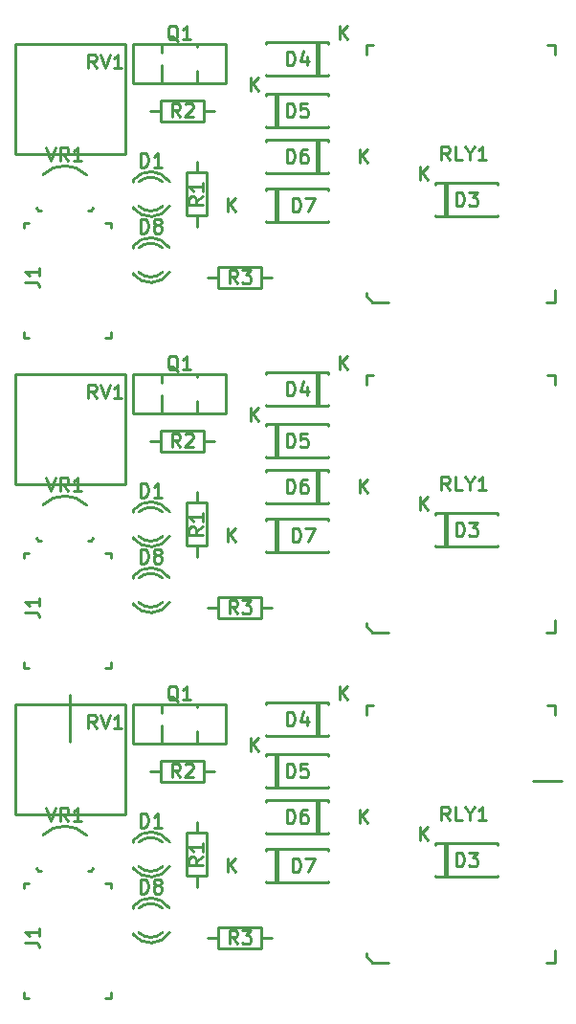
<source format=gbr>
%TF.GenerationSoftware,KiCad,Pcbnew,(6.0.10)*%
%TF.CreationDate,2023-01-21T20:17:03+05:30*%
%TF.ProjectId,3S BMS BTB,33532042-4d53-4204-9254-422e6b696361,rev?*%
%TF.SameCoordinates,Original*%
%TF.FileFunction,Legend,Top*%
%TF.FilePolarity,Positive*%
%FSLAX46Y46*%
G04 Gerber Fmt 4.6, Leading zero omitted, Abs format (unit mm)*
G04 Created by KiCad (PCBNEW (6.0.10)) date 2023-01-21 20:17:03*
%MOMM*%
%LPD*%
G01*
G04 APERTURE LIST*
%ADD10C,0.250000*%
G04 APERTURE END LIST*
D10*
X169828000Y-123000000D02*
X172368000Y-123000000D01*
X128906000Y-119558000D02*
X128906000Y-115408000D01*
%TO.C,RLY1*%
X162482000Y-97311476D02*
X162065333Y-96716238D01*
X161767714Y-97311476D02*
X161767714Y-96061476D01*
X162243904Y-96061476D01*
X162362952Y-96121000D01*
X162422476Y-96180523D01*
X162482000Y-96299571D01*
X162482000Y-96478142D01*
X162422476Y-96597190D01*
X162362952Y-96656714D01*
X162243904Y-96716238D01*
X161767714Y-96716238D01*
X163612952Y-97311476D02*
X163017714Y-97311476D01*
X163017714Y-96061476D01*
X164267714Y-96716238D02*
X164267714Y-97311476D01*
X163851047Y-96061476D02*
X164267714Y-96716238D01*
X164684380Y-96061476D01*
X165755809Y-97311476D02*
X165041523Y-97311476D01*
X165398666Y-97311476D02*
X165398666Y-96061476D01*
X165279619Y-96240047D01*
X165160571Y-96359095D01*
X165041523Y-96418619D01*
%TO.C,R3*%
X143711666Y-137443476D02*
X143295000Y-136848238D01*
X142997380Y-137443476D02*
X142997380Y-136193476D01*
X143473571Y-136193476D01*
X143592619Y-136253000D01*
X143652142Y-136312523D01*
X143711666Y-136431571D01*
X143711666Y-136610142D01*
X143652142Y-136729190D01*
X143592619Y-136788714D01*
X143473571Y-136848238D01*
X142997380Y-136848238D01*
X144128333Y-136193476D02*
X144902142Y-136193476D01*
X144485476Y-136669666D01*
X144664047Y-136669666D01*
X144783095Y-136729190D01*
X144842619Y-136788714D01*
X144902142Y-136907761D01*
X144902142Y-137205380D01*
X144842619Y-137324428D01*
X144783095Y-137383952D01*
X144664047Y-137443476D01*
X144306904Y-137443476D01*
X144187857Y-137383952D01*
X144128333Y-137324428D01*
%TO.C,D8*%
X135118380Y-103749476D02*
X135118380Y-102499476D01*
X135416000Y-102499476D01*
X135594571Y-102559000D01*
X135713619Y-102678047D01*
X135773142Y-102797095D01*
X135832666Y-103035190D01*
X135832666Y-103213761D01*
X135773142Y-103451857D01*
X135713619Y-103570904D01*
X135594571Y-103689952D01*
X135416000Y-103749476D01*
X135118380Y-103749476D01*
X136546952Y-103035190D02*
X136427904Y-102975666D01*
X136368380Y-102916142D01*
X136308857Y-102797095D01*
X136308857Y-102737571D01*
X136368380Y-102618523D01*
X136427904Y-102559000D01*
X136546952Y-102499476D01*
X136785047Y-102499476D01*
X136904095Y-102559000D01*
X136963619Y-102618523D01*
X137023142Y-102737571D01*
X137023142Y-102797095D01*
X136963619Y-102916142D01*
X136904095Y-102975666D01*
X136785047Y-103035190D01*
X136546952Y-103035190D01*
X136427904Y-103094714D01*
X136368380Y-103154238D01*
X136308857Y-103273285D01*
X136308857Y-103511380D01*
X136368380Y-103630428D01*
X136427904Y-103689952D01*
X136546952Y-103749476D01*
X136785047Y-103749476D01*
X136904095Y-103689952D01*
X136963619Y-103630428D01*
X137023142Y-103511380D01*
X137023142Y-103273285D01*
X136963619Y-103154238D01*
X136904095Y-103094714D01*
X136785047Y-103035190D01*
%TO.C,VR1*%
X126789095Y-66924476D02*
X127205761Y-68174476D01*
X127622428Y-66924476D01*
X128753380Y-68174476D02*
X128336714Y-67579238D01*
X128039095Y-68174476D02*
X128039095Y-66924476D01*
X128515285Y-66924476D01*
X128634333Y-66984000D01*
X128693857Y-67043523D01*
X128753380Y-67162571D01*
X128753380Y-67341142D01*
X128693857Y-67460190D01*
X128634333Y-67519714D01*
X128515285Y-67579238D01*
X128039095Y-67579238D01*
X129943857Y-68174476D02*
X129229571Y-68174476D01*
X129586714Y-68174476D02*
X129586714Y-66924476D01*
X129467666Y-67103047D01*
X129348619Y-67222095D01*
X129229571Y-67281619D01*
%TO.C,Q1*%
X138466952Y-57552523D02*
X138347904Y-57493000D01*
X138228857Y-57373952D01*
X138050285Y-57195380D01*
X137931238Y-57135857D01*
X137812190Y-57135857D01*
X137871714Y-57433476D02*
X137752666Y-57373952D01*
X137633619Y-57254904D01*
X137574095Y-57016809D01*
X137574095Y-56600142D01*
X137633619Y-56362047D01*
X137752666Y-56243000D01*
X137871714Y-56183476D01*
X138109809Y-56183476D01*
X138228857Y-56243000D01*
X138347904Y-56362047D01*
X138407428Y-56600142D01*
X138407428Y-57016809D01*
X138347904Y-57254904D01*
X138228857Y-57373952D01*
X138109809Y-57433476D01*
X137871714Y-57433476D01*
X139597904Y-57433476D02*
X138883619Y-57433476D01*
X139240761Y-57433476D02*
X139240761Y-56183476D01*
X139121714Y-56362047D01*
X139002666Y-56481095D01*
X138883619Y-56540619D01*
%TO.C,RV1*%
X131237952Y-59973476D02*
X130821285Y-59378238D01*
X130523666Y-59973476D02*
X130523666Y-58723476D01*
X130999857Y-58723476D01*
X131118904Y-58783000D01*
X131178428Y-58842523D01*
X131237952Y-58961571D01*
X131237952Y-59140142D01*
X131178428Y-59259190D01*
X131118904Y-59318714D01*
X130999857Y-59378238D01*
X130523666Y-59378238D01*
X131595095Y-58723476D02*
X132011761Y-59973476D01*
X132428428Y-58723476D01*
X133499857Y-59973476D02*
X132785571Y-59973476D01*
X133142714Y-59973476D02*
X133142714Y-58723476D01*
X133023666Y-58902047D01*
X132904619Y-59021095D01*
X132785571Y-59080619D01*
%TO.C,D4*%
X148077380Y-88929476D02*
X148077380Y-87679476D01*
X148375000Y-87679476D01*
X148553571Y-87739000D01*
X148672619Y-87858047D01*
X148732142Y-87977095D01*
X148791666Y-88215190D01*
X148791666Y-88393761D01*
X148732142Y-88631857D01*
X148672619Y-88750904D01*
X148553571Y-88869952D01*
X148375000Y-88929476D01*
X148077380Y-88929476D01*
X149863095Y-88096142D02*
X149863095Y-88929476D01*
X149565476Y-87619952D02*
X149267857Y-88512809D01*
X150041666Y-88512809D01*
X152736619Y-86643476D02*
X152736619Y-85393476D01*
X153450904Y-86643476D02*
X152915190Y-85929190D01*
X153450904Y-85393476D02*
X152736619Y-86107761D01*
%TO.C,R1*%
X140675476Y-129720333D02*
X140080238Y-130137000D01*
X140675476Y-130434619D02*
X139425476Y-130434619D01*
X139425476Y-129958428D01*
X139485000Y-129839380D01*
X139544523Y-129779857D01*
X139663571Y-129720333D01*
X139842142Y-129720333D01*
X139961190Y-129779857D01*
X140020714Y-129839380D01*
X140080238Y-129958428D01*
X140080238Y-130434619D01*
X140675476Y-128529857D02*
X140675476Y-129244142D01*
X140675476Y-128887000D02*
X139425476Y-128887000D01*
X139604047Y-129006047D01*
X139723095Y-129125095D01*
X139782619Y-129244142D01*
%TO.C,Q1*%
X138466952Y-115972523D02*
X138347904Y-115913000D01*
X138228857Y-115793952D01*
X138050285Y-115615380D01*
X137931238Y-115555857D01*
X137812190Y-115555857D01*
X137871714Y-115853476D02*
X137752666Y-115793952D01*
X137633619Y-115674904D01*
X137574095Y-115436809D01*
X137574095Y-115020142D01*
X137633619Y-114782047D01*
X137752666Y-114663000D01*
X137871714Y-114603476D01*
X138109809Y-114603476D01*
X138228857Y-114663000D01*
X138347904Y-114782047D01*
X138407428Y-115020142D01*
X138407428Y-115436809D01*
X138347904Y-115674904D01*
X138228857Y-115793952D01*
X138109809Y-115853476D01*
X137871714Y-115853476D01*
X139597904Y-115853476D02*
X138883619Y-115853476D01*
X139240761Y-115853476D02*
X139240761Y-114603476D01*
X139121714Y-114782047D01*
X139002666Y-114901095D01*
X138883619Y-114960619D01*
%TO.C,RLY1*%
X162482000Y-68101476D02*
X162065333Y-67506238D01*
X161767714Y-68101476D02*
X161767714Y-66851476D01*
X162243904Y-66851476D01*
X162362952Y-66911000D01*
X162422476Y-66970523D01*
X162482000Y-67089571D01*
X162482000Y-67268142D01*
X162422476Y-67387190D01*
X162362952Y-67446714D01*
X162243904Y-67506238D01*
X161767714Y-67506238D01*
X163612952Y-68101476D02*
X163017714Y-68101476D01*
X163017714Y-66851476D01*
X164267714Y-67506238D02*
X164267714Y-68101476D01*
X163851047Y-66851476D02*
X164267714Y-67506238D01*
X164684380Y-66851476D01*
X165755809Y-68101476D02*
X165041523Y-68101476D01*
X165398666Y-68101476D02*
X165398666Y-66851476D01*
X165279619Y-67030047D01*
X165160571Y-67149095D01*
X165041523Y-67208619D01*
%TO.C,R3*%
X143711666Y-108233476D02*
X143295000Y-107638238D01*
X142997380Y-108233476D02*
X142997380Y-106983476D01*
X143473571Y-106983476D01*
X143592619Y-107043000D01*
X143652142Y-107102523D01*
X143711666Y-107221571D01*
X143711666Y-107400142D01*
X143652142Y-107519190D01*
X143592619Y-107578714D01*
X143473571Y-107638238D01*
X142997380Y-107638238D01*
X144128333Y-106983476D02*
X144902142Y-106983476D01*
X144485476Y-107459666D01*
X144664047Y-107459666D01*
X144783095Y-107519190D01*
X144842619Y-107578714D01*
X144902142Y-107697761D01*
X144902142Y-107995380D01*
X144842619Y-108114428D01*
X144783095Y-108173952D01*
X144664047Y-108233476D01*
X144306904Y-108233476D01*
X144187857Y-108173952D01*
X144128333Y-108114428D01*
%TO.C,J1*%
X124947476Y-108084666D02*
X125840333Y-108084666D01*
X126018904Y-108144190D01*
X126137952Y-108263238D01*
X126197476Y-108441809D01*
X126197476Y-108560857D01*
X126197476Y-106834666D02*
X126197476Y-107548952D01*
X126197476Y-107191809D02*
X124947476Y-107191809D01*
X125126047Y-107310857D01*
X125245095Y-107429904D01*
X125304619Y-107548952D01*
%TO.C,D3*%
X163063380Y-72165476D02*
X163063380Y-70915476D01*
X163361000Y-70915476D01*
X163539571Y-70975000D01*
X163658619Y-71094047D01*
X163718142Y-71213095D01*
X163777666Y-71451190D01*
X163777666Y-71629761D01*
X163718142Y-71867857D01*
X163658619Y-71986904D01*
X163539571Y-72105952D01*
X163361000Y-72165476D01*
X163063380Y-72165476D01*
X164194333Y-70915476D02*
X164968142Y-70915476D01*
X164551476Y-71391666D01*
X164730047Y-71391666D01*
X164849095Y-71451190D01*
X164908619Y-71510714D01*
X164968142Y-71629761D01*
X164968142Y-71927380D01*
X164908619Y-72046428D01*
X164849095Y-72105952D01*
X164730047Y-72165476D01*
X164372904Y-72165476D01*
X164253857Y-72105952D01*
X164194333Y-72046428D01*
X159848619Y-69879476D02*
X159848619Y-68629476D01*
X160562904Y-69879476D02*
X160027190Y-69165190D01*
X160562904Y-68629476D02*
X159848619Y-69343761D01*
%TO.C,RV1*%
X131237952Y-89183476D02*
X130821285Y-88588238D01*
X130523666Y-89183476D02*
X130523666Y-87933476D01*
X130999857Y-87933476D01*
X131118904Y-87993000D01*
X131178428Y-88052523D01*
X131237952Y-88171571D01*
X131237952Y-88350142D01*
X131178428Y-88469190D01*
X131118904Y-88528714D01*
X130999857Y-88588238D01*
X130523666Y-88588238D01*
X131595095Y-87933476D02*
X132011761Y-89183476D01*
X132428428Y-87933476D01*
X133499857Y-89183476D02*
X132785571Y-89183476D01*
X133142714Y-89183476D02*
X133142714Y-87933476D01*
X133023666Y-88112047D01*
X132904619Y-88231095D01*
X132785571Y-88290619D01*
%TO.C,R1*%
X140675476Y-100510333D02*
X140080238Y-100927000D01*
X140675476Y-101224619D02*
X139425476Y-101224619D01*
X139425476Y-100748428D01*
X139485000Y-100629380D01*
X139544523Y-100569857D01*
X139663571Y-100510333D01*
X139842142Y-100510333D01*
X139961190Y-100569857D01*
X140020714Y-100629380D01*
X140080238Y-100748428D01*
X140080238Y-101224619D01*
X140675476Y-99319857D02*
X140675476Y-100034142D01*
X140675476Y-99677000D02*
X139425476Y-99677000D01*
X139604047Y-99796047D01*
X139723095Y-99915095D01*
X139782619Y-100034142D01*
%TO.C,RLY1*%
X162482000Y-126521476D02*
X162065333Y-125926238D01*
X161767714Y-126521476D02*
X161767714Y-125271476D01*
X162243904Y-125271476D01*
X162362952Y-125331000D01*
X162422476Y-125390523D01*
X162482000Y-125509571D01*
X162482000Y-125688142D01*
X162422476Y-125807190D01*
X162362952Y-125866714D01*
X162243904Y-125926238D01*
X161767714Y-125926238D01*
X163612952Y-126521476D02*
X163017714Y-126521476D01*
X163017714Y-125271476D01*
X164267714Y-125926238D02*
X164267714Y-126521476D01*
X163851047Y-125271476D02*
X164267714Y-125926238D01*
X164684380Y-125271476D01*
X165755809Y-126521476D02*
X165041523Y-126521476D01*
X165398666Y-126521476D02*
X165398666Y-125271476D01*
X165279619Y-125450047D01*
X165160571Y-125569095D01*
X165041523Y-125628619D01*
%TO.C,D4*%
X148077380Y-118139476D02*
X148077380Y-116889476D01*
X148375000Y-116889476D01*
X148553571Y-116949000D01*
X148672619Y-117068047D01*
X148732142Y-117187095D01*
X148791666Y-117425190D01*
X148791666Y-117603761D01*
X148732142Y-117841857D01*
X148672619Y-117960904D01*
X148553571Y-118079952D01*
X148375000Y-118139476D01*
X148077380Y-118139476D01*
X149863095Y-117306142D02*
X149863095Y-118139476D01*
X149565476Y-116829952D02*
X149267857Y-117722809D01*
X150041666Y-117722809D01*
X152736619Y-115853476D02*
X152736619Y-114603476D01*
X153450904Y-115853476D02*
X152915190Y-115139190D01*
X153450904Y-114603476D02*
X152736619Y-115317761D01*
%TO.C,D3*%
X163063380Y-101375476D02*
X163063380Y-100125476D01*
X163361000Y-100125476D01*
X163539571Y-100185000D01*
X163658619Y-100304047D01*
X163718142Y-100423095D01*
X163777666Y-100661190D01*
X163777666Y-100839761D01*
X163718142Y-101077857D01*
X163658619Y-101196904D01*
X163539571Y-101315952D01*
X163361000Y-101375476D01*
X163063380Y-101375476D01*
X164194333Y-100125476D02*
X164968142Y-100125476D01*
X164551476Y-100601666D01*
X164730047Y-100601666D01*
X164849095Y-100661190D01*
X164908619Y-100720714D01*
X164968142Y-100839761D01*
X164968142Y-101137380D01*
X164908619Y-101256428D01*
X164849095Y-101315952D01*
X164730047Y-101375476D01*
X164372904Y-101375476D01*
X164253857Y-101315952D01*
X164194333Y-101256428D01*
X159848619Y-99089476D02*
X159848619Y-97839476D01*
X160562904Y-99089476D02*
X160027190Y-98375190D01*
X160562904Y-97839476D02*
X159848619Y-98553761D01*
%TO.C,D6*%
X148077380Y-126775476D02*
X148077380Y-125525476D01*
X148375000Y-125525476D01*
X148553571Y-125585000D01*
X148672619Y-125704047D01*
X148732142Y-125823095D01*
X148791666Y-126061190D01*
X148791666Y-126239761D01*
X148732142Y-126477857D01*
X148672619Y-126596904D01*
X148553571Y-126715952D01*
X148375000Y-126775476D01*
X148077380Y-126775476D01*
X149863095Y-125525476D02*
X149625000Y-125525476D01*
X149505952Y-125585000D01*
X149446428Y-125644523D01*
X149327380Y-125823095D01*
X149267857Y-126061190D01*
X149267857Y-126537380D01*
X149327380Y-126656428D01*
X149386904Y-126715952D01*
X149505952Y-126775476D01*
X149744047Y-126775476D01*
X149863095Y-126715952D01*
X149922619Y-126656428D01*
X149982142Y-126537380D01*
X149982142Y-126239761D01*
X149922619Y-126120714D01*
X149863095Y-126061190D01*
X149744047Y-126001666D01*
X149505952Y-126001666D01*
X149386904Y-126061190D01*
X149327380Y-126120714D01*
X149267857Y-126239761D01*
X154514619Y-126775476D02*
X154514619Y-125525476D01*
X155228904Y-126775476D02*
X154693190Y-126061190D01*
X155228904Y-125525476D02*
X154514619Y-126239761D01*
%TO.C,D8*%
X135118380Y-132959476D02*
X135118380Y-131709476D01*
X135416000Y-131709476D01*
X135594571Y-131769000D01*
X135713619Y-131888047D01*
X135773142Y-132007095D01*
X135832666Y-132245190D01*
X135832666Y-132423761D01*
X135773142Y-132661857D01*
X135713619Y-132780904D01*
X135594571Y-132899952D01*
X135416000Y-132959476D01*
X135118380Y-132959476D01*
X136546952Y-132245190D02*
X136427904Y-132185666D01*
X136368380Y-132126142D01*
X136308857Y-132007095D01*
X136308857Y-131947571D01*
X136368380Y-131828523D01*
X136427904Y-131769000D01*
X136546952Y-131709476D01*
X136785047Y-131709476D01*
X136904095Y-131769000D01*
X136963619Y-131828523D01*
X137023142Y-131947571D01*
X137023142Y-132007095D01*
X136963619Y-132126142D01*
X136904095Y-132185666D01*
X136785047Y-132245190D01*
X136546952Y-132245190D01*
X136427904Y-132304714D01*
X136368380Y-132364238D01*
X136308857Y-132483285D01*
X136308857Y-132721380D01*
X136368380Y-132840428D01*
X136427904Y-132899952D01*
X136546952Y-132959476D01*
X136785047Y-132959476D01*
X136904095Y-132899952D01*
X136963619Y-132840428D01*
X137023142Y-132721380D01*
X137023142Y-132483285D01*
X136963619Y-132364238D01*
X136904095Y-132304714D01*
X136785047Y-132245190D01*
%TO.C,D5*%
X148077380Y-64291476D02*
X148077380Y-63041476D01*
X148375000Y-63041476D01*
X148553571Y-63101000D01*
X148672619Y-63220047D01*
X148732142Y-63339095D01*
X148791666Y-63577190D01*
X148791666Y-63755761D01*
X148732142Y-63993857D01*
X148672619Y-64112904D01*
X148553571Y-64231952D01*
X148375000Y-64291476D01*
X148077380Y-64291476D01*
X149922619Y-63041476D02*
X149327380Y-63041476D01*
X149267857Y-63636714D01*
X149327380Y-63577190D01*
X149446428Y-63517666D01*
X149744047Y-63517666D01*
X149863095Y-63577190D01*
X149922619Y-63636714D01*
X149982142Y-63755761D01*
X149982142Y-64053380D01*
X149922619Y-64172428D01*
X149863095Y-64231952D01*
X149744047Y-64291476D01*
X149446428Y-64291476D01*
X149327380Y-64231952D01*
X149267857Y-64172428D01*
X144862619Y-62005476D02*
X144862619Y-60755476D01*
X145576904Y-62005476D02*
X145041190Y-61291190D01*
X145576904Y-60755476D02*
X144862619Y-61469761D01*
%TO.C,D7*%
X148585380Y-131093476D02*
X148585380Y-129843476D01*
X148883000Y-129843476D01*
X149061571Y-129903000D01*
X149180619Y-130022047D01*
X149240142Y-130141095D01*
X149299666Y-130379190D01*
X149299666Y-130557761D01*
X149240142Y-130795857D01*
X149180619Y-130914904D01*
X149061571Y-131033952D01*
X148883000Y-131093476D01*
X148585380Y-131093476D01*
X149716333Y-129843476D02*
X150549666Y-129843476D01*
X150013952Y-131093476D01*
X142830619Y-131093476D02*
X142830619Y-129843476D01*
X143544904Y-131093476D02*
X143009190Y-130379190D01*
X143544904Y-129843476D02*
X142830619Y-130557761D01*
%TO.C,R3*%
X143711666Y-79023476D02*
X143295000Y-78428238D01*
X142997380Y-79023476D02*
X142997380Y-77773476D01*
X143473571Y-77773476D01*
X143592619Y-77833000D01*
X143652142Y-77892523D01*
X143711666Y-78011571D01*
X143711666Y-78190142D01*
X143652142Y-78309190D01*
X143592619Y-78368714D01*
X143473571Y-78428238D01*
X142997380Y-78428238D01*
X144128333Y-77773476D02*
X144902142Y-77773476D01*
X144485476Y-78249666D01*
X144664047Y-78249666D01*
X144783095Y-78309190D01*
X144842619Y-78368714D01*
X144902142Y-78487761D01*
X144902142Y-78785380D01*
X144842619Y-78904428D01*
X144783095Y-78963952D01*
X144664047Y-79023476D01*
X144306904Y-79023476D01*
X144187857Y-78963952D01*
X144128333Y-78904428D01*
%TO.C,D6*%
X148077380Y-68355476D02*
X148077380Y-67105476D01*
X148375000Y-67105476D01*
X148553571Y-67165000D01*
X148672619Y-67284047D01*
X148732142Y-67403095D01*
X148791666Y-67641190D01*
X148791666Y-67819761D01*
X148732142Y-68057857D01*
X148672619Y-68176904D01*
X148553571Y-68295952D01*
X148375000Y-68355476D01*
X148077380Y-68355476D01*
X149863095Y-67105476D02*
X149625000Y-67105476D01*
X149505952Y-67165000D01*
X149446428Y-67224523D01*
X149327380Y-67403095D01*
X149267857Y-67641190D01*
X149267857Y-68117380D01*
X149327380Y-68236428D01*
X149386904Y-68295952D01*
X149505952Y-68355476D01*
X149744047Y-68355476D01*
X149863095Y-68295952D01*
X149922619Y-68236428D01*
X149982142Y-68117380D01*
X149982142Y-67819761D01*
X149922619Y-67700714D01*
X149863095Y-67641190D01*
X149744047Y-67581666D01*
X149505952Y-67581666D01*
X149386904Y-67641190D01*
X149327380Y-67700714D01*
X149267857Y-67819761D01*
X154514619Y-68355476D02*
X154514619Y-67105476D01*
X155228904Y-68355476D02*
X154693190Y-67641190D01*
X155228904Y-67105476D02*
X154514619Y-67819761D01*
%TO.C,Q1*%
X138466952Y-86762523D02*
X138347904Y-86703000D01*
X138228857Y-86583952D01*
X138050285Y-86405380D01*
X137931238Y-86345857D01*
X137812190Y-86345857D01*
X137871714Y-86643476D02*
X137752666Y-86583952D01*
X137633619Y-86464904D01*
X137574095Y-86226809D01*
X137574095Y-85810142D01*
X137633619Y-85572047D01*
X137752666Y-85453000D01*
X137871714Y-85393476D01*
X138109809Y-85393476D01*
X138228857Y-85453000D01*
X138347904Y-85572047D01*
X138407428Y-85810142D01*
X138407428Y-86226809D01*
X138347904Y-86464904D01*
X138228857Y-86583952D01*
X138109809Y-86643476D01*
X137871714Y-86643476D01*
X139597904Y-86643476D02*
X138883619Y-86643476D01*
X139240761Y-86643476D02*
X139240761Y-85393476D01*
X139121714Y-85572047D01*
X139002666Y-85691095D01*
X138883619Y-85750619D01*
%TO.C,VR1*%
X126789095Y-125344476D02*
X127205761Y-126594476D01*
X127622428Y-125344476D01*
X128753380Y-126594476D02*
X128336714Y-125999238D01*
X128039095Y-126594476D02*
X128039095Y-125344476D01*
X128515285Y-125344476D01*
X128634333Y-125404000D01*
X128693857Y-125463523D01*
X128753380Y-125582571D01*
X128753380Y-125761142D01*
X128693857Y-125880190D01*
X128634333Y-125939714D01*
X128515285Y-125999238D01*
X128039095Y-125999238D01*
X129943857Y-126594476D02*
X129229571Y-126594476D01*
X129586714Y-126594476D02*
X129586714Y-125344476D01*
X129467666Y-125523047D01*
X129348619Y-125642095D01*
X129229571Y-125701619D01*
%TO.C,D7*%
X148585380Y-72673476D02*
X148585380Y-71423476D01*
X148883000Y-71423476D01*
X149061571Y-71483000D01*
X149180619Y-71602047D01*
X149240142Y-71721095D01*
X149299666Y-71959190D01*
X149299666Y-72137761D01*
X149240142Y-72375857D01*
X149180619Y-72494904D01*
X149061571Y-72613952D01*
X148883000Y-72673476D01*
X148585380Y-72673476D01*
X149716333Y-71423476D02*
X150549666Y-71423476D01*
X150013952Y-72673476D01*
X142830619Y-72673476D02*
X142830619Y-71423476D01*
X143544904Y-72673476D02*
X143009190Y-71959190D01*
X143544904Y-71423476D02*
X142830619Y-72137761D01*
%TO.C,VR1*%
X126789095Y-96134476D02*
X127205761Y-97384476D01*
X127622428Y-96134476D01*
X128753380Y-97384476D02*
X128336714Y-96789238D01*
X128039095Y-97384476D02*
X128039095Y-96134476D01*
X128515285Y-96134476D01*
X128634333Y-96194000D01*
X128693857Y-96253523D01*
X128753380Y-96372571D01*
X128753380Y-96551142D01*
X128693857Y-96670190D01*
X128634333Y-96729714D01*
X128515285Y-96789238D01*
X128039095Y-96789238D01*
X129943857Y-97384476D02*
X129229571Y-97384476D01*
X129586714Y-97384476D02*
X129586714Y-96134476D01*
X129467666Y-96313047D01*
X129348619Y-96432095D01*
X129229571Y-96491619D01*
%TO.C,R1*%
X140675476Y-71300333D02*
X140080238Y-71717000D01*
X140675476Y-72014619D02*
X139425476Y-72014619D01*
X139425476Y-71538428D01*
X139485000Y-71419380D01*
X139544523Y-71359857D01*
X139663571Y-71300333D01*
X139842142Y-71300333D01*
X139961190Y-71359857D01*
X140020714Y-71419380D01*
X140080238Y-71538428D01*
X140080238Y-72014619D01*
X140675476Y-70109857D02*
X140675476Y-70824142D01*
X140675476Y-70467000D02*
X139425476Y-70467000D01*
X139604047Y-70586047D01*
X139723095Y-70705095D01*
X139782619Y-70824142D01*
%TO.C,J1*%
X124947476Y-78874666D02*
X125840333Y-78874666D01*
X126018904Y-78934190D01*
X126137952Y-79053238D01*
X126197476Y-79231809D01*
X126197476Y-79350857D01*
X126197476Y-77624666D02*
X126197476Y-78338952D01*
X126197476Y-77981809D02*
X124947476Y-77981809D01*
X125126047Y-78100857D01*
X125245095Y-78219904D01*
X125304619Y-78338952D01*
X124947476Y-137294666D02*
X125840333Y-137294666D01*
X126018904Y-137354190D01*
X126137952Y-137473238D01*
X126197476Y-137651809D01*
X126197476Y-137770857D01*
X126197476Y-136044666D02*
X126197476Y-136758952D01*
X126197476Y-136401809D02*
X124947476Y-136401809D01*
X125126047Y-136520857D01*
X125245095Y-136639904D01*
X125304619Y-136758952D01*
%TO.C,D5*%
X148077380Y-122711476D02*
X148077380Y-121461476D01*
X148375000Y-121461476D01*
X148553571Y-121521000D01*
X148672619Y-121640047D01*
X148732142Y-121759095D01*
X148791666Y-121997190D01*
X148791666Y-122175761D01*
X148732142Y-122413857D01*
X148672619Y-122532904D01*
X148553571Y-122651952D01*
X148375000Y-122711476D01*
X148077380Y-122711476D01*
X149922619Y-121461476D02*
X149327380Y-121461476D01*
X149267857Y-122056714D01*
X149327380Y-121997190D01*
X149446428Y-121937666D01*
X149744047Y-121937666D01*
X149863095Y-121997190D01*
X149922619Y-122056714D01*
X149982142Y-122175761D01*
X149982142Y-122473380D01*
X149922619Y-122592428D01*
X149863095Y-122651952D01*
X149744047Y-122711476D01*
X149446428Y-122711476D01*
X149327380Y-122651952D01*
X149267857Y-122592428D01*
X144862619Y-120425476D02*
X144862619Y-119175476D01*
X145576904Y-120425476D02*
X145041190Y-119711190D01*
X145576904Y-119175476D02*
X144862619Y-119889761D01*
%TO.C,D3*%
X163063380Y-130585476D02*
X163063380Y-129335476D01*
X163361000Y-129335476D01*
X163539571Y-129395000D01*
X163658619Y-129514047D01*
X163718142Y-129633095D01*
X163777666Y-129871190D01*
X163777666Y-130049761D01*
X163718142Y-130287857D01*
X163658619Y-130406904D01*
X163539571Y-130525952D01*
X163361000Y-130585476D01*
X163063380Y-130585476D01*
X164194333Y-129335476D02*
X164968142Y-129335476D01*
X164551476Y-129811666D01*
X164730047Y-129811666D01*
X164849095Y-129871190D01*
X164908619Y-129930714D01*
X164968142Y-130049761D01*
X164968142Y-130347380D01*
X164908619Y-130466428D01*
X164849095Y-130525952D01*
X164730047Y-130585476D01*
X164372904Y-130585476D01*
X164253857Y-130525952D01*
X164194333Y-130466428D01*
X159848619Y-128299476D02*
X159848619Y-127049476D01*
X160562904Y-128299476D02*
X160027190Y-127585190D01*
X160562904Y-127049476D02*
X159848619Y-127763761D01*
%TO.C,R2*%
X138631666Y-93501476D02*
X138215000Y-92906238D01*
X137917380Y-93501476D02*
X137917380Y-92251476D01*
X138393571Y-92251476D01*
X138512619Y-92311000D01*
X138572142Y-92370523D01*
X138631666Y-92489571D01*
X138631666Y-92668142D01*
X138572142Y-92787190D01*
X138512619Y-92846714D01*
X138393571Y-92906238D01*
X137917380Y-92906238D01*
X139107857Y-92370523D02*
X139167380Y-92311000D01*
X139286428Y-92251476D01*
X139584047Y-92251476D01*
X139703095Y-92311000D01*
X139762619Y-92370523D01*
X139822142Y-92489571D01*
X139822142Y-92608619D01*
X139762619Y-92787190D01*
X139048333Y-93501476D01*
X139822142Y-93501476D01*
X138631666Y-122711476D02*
X138215000Y-122116238D01*
X137917380Y-122711476D02*
X137917380Y-121461476D01*
X138393571Y-121461476D01*
X138512619Y-121521000D01*
X138572142Y-121580523D01*
X138631666Y-121699571D01*
X138631666Y-121878142D01*
X138572142Y-121997190D01*
X138512619Y-122056714D01*
X138393571Y-122116238D01*
X137917380Y-122116238D01*
X139107857Y-121580523D02*
X139167380Y-121521000D01*
X139286428Y-121461476D01*
X139584047Y-121461476D01*
X139703095Y-121521000D01*
X139762619Y-121580523D01*
X139822142Y-121699571D01*
X139822142Y-121818619D01*
X139762619Y-121997190D01*
X139048333Y-122711476D01*
X139822142Y-122711476D01*
%TO.C,D1*%
X135123380Y-97907476D02*
X135123380Y-96657476D01*
X135421000Y-96657476D01*
X135599571Y-96717000D01*
X135718619Y-96836047D01*
X135778142Y-96955095D01*
X135837666Y-97193190D01*
X135837666Y-97371761D01*
X135778142Y-97609857D01*
X135718619Y-97728904D01*
X135599571Y-97847952D01*
X135421000Y-97907476D01*
X135123380Y-97907476D01*
X137028142Y-97907476D02*
X136313857Y-97907476D01*
X136671000Y-97907476D02*
X136671000Y-96657476D01*
X136551952Y-96836047D01*
X136432904Y-96955095D01*
X136313857Y-97014619D01*
X135123380Y-68697476D02*
X135123380Y-67447476D01*
X135421000Y-67447476D01*
X135599571Y-67507000D01*
X135718619Y-67626047D01*
X135778142Y-67745095D01*
X135837666Y-67983190D01*
X135837666Y-68161761D01*
X135778142Y-68399857D01*
X135718619Y-68518904D01*
X135599571Y-68637952D01*
X135421000Y-68697476D01*
X135123380Y-68697476D01*
X137028142Y-68697476D02*
X136313857Y-68697476D01*
X136671000Y-68697476D02*
X136671000Y-67447476D01*
X136551952Y-67626047D01*
X136432904Y-67745095D01*
X136313857Y-67804619D01*
%TO.C,D8*%
X135118380Y-74539476D02*
X135118380Y-73289476D01*
X135416000Y-73289476D01*
X135594571Y-73349000D01*
X135713619Y-73468047D01*
X135773142Y-73587095D01*
X135832666Y-73825190D01*
X135832666Y-74003761D01*
X135773142Y-74241857D01*
X135713619Y-74360904D01*
X135594571Y-74479952D01*
X135416000Y-74539476D01*
X135118380Y-74539476D01*
X136546952Y-73825190D02*
X136427904Y-73765666D01*
X136368380Y-73706142D01*
X136308857Y-73587095D01*
X136308857Y-73527571D01*
X136368380Y-73408523D01*
X136427904Y-73349000D01*
X136546952Y-73289476D01*
X136785047Y-73289476D01*
X136904095Y-73349000D01*
X136963619Y-73408523D01*
X137023142Y-73527571D01*
X137023142Y-73587095D01*
X136963619Y-73706142D01*
X136904095Y-73765666D01*
X136785047Y-73825190D01*
X136546952Y-73825190D01*
X136427904Y-73884714D01*
X136368380Y-73944238D01*
X136308857Y-74063285D01*
X136308857Y-74301380D01*
X136368380Y-74420428D01*
X136427904Y-74479952D01*
X136546952Y-74539476D01*
X136785047Y-74539476D01*
X136904095Y-74479952D01*
X136963619Y-74420428D01*
X137023142Y-74301380D01*
X137023142Y-74063285D01*
X136963619Y-73944238D01*
X136904095Y-73884714D01*
X136785047Y-73825190D01*
%TO.C,D7*%
X148585380Y-101883476D02*
X148585380Y-100633476D01*
X148883000Y-100633476D01*
X149061571Y-100693000D01*
X149180619Y-100812047D01*
X149240142Y-100931095D01*
X149299666Y-101169190D01*
X149299666Y-101347761D01*
X149240142Y-101585857D01*
X149180619Y-101704904D01*
X149061571Y-101823952D01*
X148883000Y-101883476D01*
X148585380Y-101883476D01*
X149716333Y-100633476D02*
X150549666Y-100633476D01*
X150013952Y-101883476D01*
X142830619Y-101883476D02*
X142830619Y-100633476D01*
X143544904Y-101883476D02*
X143009190Y-101169190D01*
X143544904Y-100633476D02*
X142830619Y-101347761D01*
%TO.C,R2*%
X138631666Y-64291476D02*
X138215000Y-63696238D01*
X137917380Y-64291476D02*
X137917380Y-63041476D01*
X138393571Y-63041476D01*
X138512619Y-63101000D01*
X138572142Y-63160523D01*
X138631666Y-63279571D01*
X138631666Y-63458142D01*
X138572142Y-63577190D01*
X138512619Y-63636714D01*
X138393571Y-63696238D01*
X137917380Y-63696238D01*
X139107857Y-63160523D02*
X139167380Y-63101000D01*
X139286428Y-63041476D01*
X139584047Y-63041476D01*
X139703095Y-63101000D01*
X139762619Y-63160523D01*
X139822142Y-63279571D01*
X139822142Y-63398619D01*
X139762619Y-63577190D01*
X139048333Y-64291476D01*
X139822142Y-64291476D01*
%TO.C,D1*%
X135123380Y-127117476D02*
X135123380Y-125867476D01*
X135421000Y-125867476D01*
X135599571Y-125927000D01*
X135718619Y-126046047D01*
X135778142Y-126165095D01*
X135837666Y-126403190D01*
X135837666Y-126581761D01*
X135778142Y-126819857D01*
X135718619Y-126938904D01*
X135599571Y-127057952D01*
X135421000Y-127117476D01*
X135123380Y-127117476D01*
X137028142Y-127117476D02*
X136313857Y-127117476D01*
X136671000Y-127117476D02*
X136671000Y-125867476D01*
X136551952Y-126046047D01*
X136432904Y-126165095D01*
X136313857Y-126224619D01*
%TO.C,D4*%
X148077380Y-59719476D02*
X148077380Y-58469476D01*
X148375000Y-58469476D01*
X148553571Y-58529000D01*
X148672619Y-58648047D01*
X148732142Y-58767095D01*
X148791666Y-59005190D01*
X148791666Y-59183761D01*
X148732142Y-59421857D01*
X148672619Y-59540904D01*
X148553571Y-59659952D01*
X148375000Y-59719476D01*
X148077380Y-59719476D01*
X149863095Y-58886142D02*
X149863095Y-59719476D01*
X149565476Y-58409952D02*
X149267857Y-59302809D01*
X150041666Y-59302809D01*
X152736619Y-57433476D02*
X152736619Y-56183476D01*
X153450904Y-57433476D02*
X152915190Y-56719190D01*
X153450904Y-56183476D02*
X152736619Y-56897761D01*
%TO.C,RV1*%
X131237952Y-118393476D02*
X130821285Y-117798238D01*
X130523666Y-118393476D02*
X130523666Y-117143476D01*
X130999857Y-117143476D01*
X131118904Y-117203000D01*
X131178428Y-117262523D01*
X131237952Y-117381571D01*
X131237952Y-117560142D01*
X131178428Y-117679190D01*
X131118904Y-117738714D01*
X130999857Y-117798238D01*
X130523666Y-117798238D01*
X131595095Y-117143476D02*
X132011761Y-118393476D01*
X132428428Y-117143476D01*
X133499857Y-118393476D02*
X132785571Y-118393476D01*
X133142714Y-118393476D02*
X133142714Y-117143476D01*
X133023666Y-117322047D01*
X132904619Y-117441095D01*
X132785571Y-117500619D01*
%TO.C,D6*%
X148077380Y-97565476D02*
X148077380Y-96315476D01*
X148375000Y-96315476D01*
X148553571Y-96375000D01*
X148672619Y-96494047D01*
X148732142Y-96613095D01*
X148791666Y-96851190D01*
X148791666Y-97029761D01*
X148732142Y-97267857D01*
X148672619Y-97386904D01*
X148553571Y-97505952D01*
X148375000Y-97565476D01*
X148077380Y-97565476D01*
X149863095Y-96315476D02*
X149625000Y-96315476D01*
X149505952Y-96375000D01*
X149446428Y-96434523D01*
X149327380Y-96613095D01*
X149267857Y-96851190D01*
X149267857Y-97327380D01*
X149327380Y-97446428D01*
X149386904Y-97505952D01*
X149505952Y-97565476D01*
X149744047Y-97565476D01*
X149863095Y-97505952D01*
X149922619Y-97446428D01*
X149982142Y-97327380D01*
X149982142Y-97029761D01*
X149922619Y-96910714D01*
X149863095Y-96851190D01*
X149744047Y-96791666D01*
X149505952Y-96791666D01*
X149386904Y-96851190D01*
X149327380Y-96910714D01*
X149267857Y-97029761D01*
X154514619Y-97565476D02*
X154514619Y-96315476D01*
X155228904Y-97565476D02*
X154693190Y-96851190D01*
X155228904Y-96315476D02*
X154514619Y-97029761D01*
%TO.C,D5*%
X148077380Y-93501476D02*
X148077380Y-92251476D01*
X148375000Y-92251476D01*
X148553571Y-92311000D01*
X148672619Y-92430047D01*
X148732142Y-92549095D01*
X148791666Y-92787190D01*
X148791666Y-92965761D01*
X148732142Y-93203857D01*
X148672619Y-93322904D01*
X148553571Y-93441952D01*
X148375000Y-93501476D01*
X148077380Y-93501476D01*
X149922619Y-92251476D02*
X149327380Y-92251476D01*
X149267857Y-92846714D01*
X149327380Y-92787190D01*
X149446428Y-92727666D01*
X149744047Y-92727666D01*
X149863095Y-92787190D01*
X149922619Y-92846714D01*
X149982142Y-92965761D01*
X149982142Y-93263380D01*
X149922619Y-93382428D01*
X149863095Y-93441952D01*
X149744047Y-93501476D01*
X149446428Y-93501476D01*
X149327380Y-93441952D01*
X149267857Y-93382428D01*
X144862619Y-91215476D02*
X144862619Y-89965476D01*
X145576904Y-91215476D02*
X145041190Y-90501190D01*
X145576904Y-89965476D02*
X144862619Y-90679761D01*
%TO.C,RLY1*%
X155678000Y-109899000D02*
X157053000Y-109899000D01*
X155103000Y-87974000D02*
X155103000Y-87149000D01*
X171853000Y-87149000D02*
X171853000Y-87999000D01*
X155103000Y-109299000D02*
X155678000Y-109899000D01*
X155103000Y-109074000D02*
X155103000Y-109299000D01*
X155103000Y-87149000D02*
X155728000Y-87149000D01*
X171153000Y-87149000D02*
X171853000Y-87149000D01*
X171853000Y-109899000D02*
X171078000Y-109899000D01*
X171853000Y-108774000D02*
X171853000Y-109899000D01*
%TO.C,R3*%
X145840000Y-137798000D02*
X145840000Y-135958000D01*
X142000000Y-137798000D02*
X145840000Y-137798000D01*
X141050000Y-136878000D02*
X142000000Y-136878000D01*
X142000000Y-135958000D02*
X142000000Y-137798000D01*
X145840000Y-135958000D02*
X142000000Y-135958000D01*
X146790000Y-136878000D02*
X145840000Y-136878000D01*
%TO.C,D8*%
X137713335Y-105065392D02*
G75*
G03*
X134481000Y-104908484I-1672335J-1078608D01*
G01*
X134481000Y-107379516D02*
G75*
G03*
X137713335Y-107222608I1560000J1235516D01*
G01*
X137082130Y-105064163D02*
G75*
G03*
X135000039Y-105064000I-1041130J-1079837D01*
G01*
X135000039Y-107224000D02*
G75*
G03*
X137082130Y-107223837I1040961J1080000D01*
G01*
X134481000Y-104908000D02*
X134481000Y-105064000D01*
X134481000Y-107224000D02*
X134481000Y-107380000D01*
%TO.C,VR1*%
X130776000Y-72559000D02*
X130476000Y-72559000D01*
X130776000Y-72559000D02*
X130926000Y-72259000D01*
X126076000Y-72559000D02*
X125926000Y-72259000D01*
X126376000Y-72559000D02*
X126076000Y-72559000D01*
X130376000Y-69409000D02*
G75*
G03*
X126526000Y-69359000I-1950000J-1900000D01*
G01*
%TO.C,Q1*%
X134466000Y-61274000D02*
X134466000Y-57784000D01*
X142706000Y-57784000D02*
X134466000Y-57784000D01*
X142706000Y-61274000D02*
X134466000Y-61274000D01*
X140186000Y-61274000D02*
X140186000Y-60204000D01*
X136985000Y-58614000D02*
X136985000Y-57784000D01*
X140186000Y-58104000D02*
X140186000Y-57784000D01*
X142706000Y-61274000D02*
X142706000Y-57784000D01*
X136985000Y-61274000D02*
X136985000Y-59694000D01*
%TO.C,RV1*%
X124049000Y-67595000D02*
X124049000Y-57825000D01*
X124049000Y-57825000D02*
X133819000Y-57825000D01*
X124049000Y-67595000D02*
X133819000Y-67595000D01*
X133819000Y-67595000D02*
X133819000Y-57825000D01*
%TO.C,D4*%
X151720000Y-86894000D02*
X146280000Y-86894000D01*
X150820000Y-89834000D02*
X150820000Y-86894000D01*
X151720000Y-87024000D02*
X151720000Y-86894000D01*
X151720000Y-89704000D02*
X151720000Y-89834000D01*
X151720000Y-89834000D02*
X146280000Y-89834000D01*
X150940000Y-89834000D02*
X150940000Y-86894000D01*
X146280000Y-89834000D02*
X146280000Y-89704000D01*
X146280000Y-86894000D02*
X146280000Y-87024000D01*
X150700000Y-89834000D02*
X150700000Y-86894000D01*
%TO.C,R1*%
X140110000Y-132382000D02*
X140110000Y-131432000D01*
X139190000Y-127592000D02*
X139190000Y-131432000D01*
X139190000Y-131432000D02*
X141030000Y-131432000D01*
X141030000Y-131432000D02*
X141030000Y-127592000D01*
X140110000Y-126642000D02*
X140110000Y-127592000D01*
X141030000Y-127592000D02*
X139190000Y-127592000D01*
%TO.C,Q1*%
X142706000Y-119694000D02*
X142706000Y-116204000D01*
X134466000Y-119694000D02*
X134466000Y-116204000D01*
X136985000Y-119694000D02*
X136985000Y-118114000D01*
X140186000Y-119694000D02*
X140186000Y-118624000D01*
X136985000Y-117034000D02*
X136985000Y-116204000D01*
X140186000Y-116524000D02*
X140186000Y-116204000D01*
X142706000Y-116204000D02*
X134466000Y-116204000D01*
X142706000Y-119694000D02*
X134466000Y-119694000D01*
%TO.C,RLY1*%
X155678000Y-80689000D02*
X157053000Y-80689000D01*
X155103000Y-79864000D02*
X155103000Y-80089000D01*
X171853000Y-79564000D02*
X171853000Y-80689000D01*
X171853000Y-80689000D02*
X171078000Y-80689000D01*
X155103000Y-57939000D02*
X155728000Y-57939000D01*
X155103000Y-80089000D02*
X155678000Y-80689000D01*
X171153000Y-57939000D02*
X171853000Y-57939000D01*
X171853000Y-57939000D02*
X171853000Y-58789000D01*
X155103000Y-58764000D02*
X155103000Y-57939000D01*
%TO.C,R3*%
X142000000Y-106748000D02*
X142000000Y-108588000D01*
X145840000Y-106748000D02*
X142000000Y-106748000D01*
X145840000Y-108588000D02*
X145840000Y-106748000D01*
X141050000Y-107668000D02*
X142000000Y-107668000D01*
X146790000Y-107668000D02*
X145840000Y-107668000D01*
X142000000Y-108588000D02*
X145840000Y-108588000D01*
%TO.C,J1*%
X124830000Y-113022000D02*
X124830000Y-112522000D01*
X124830000Y-113022000D02*
X125280000Y-113022000D01*
X132530000Y-102822000D02*
X132030000Y-102822000D01*
X132530000Y-113022000D02*
X132530000Y-112522000D01*
X124830000Y-102822000D02*
X124830000Y-103322000D01*
X132530000Y-102822000D02*
X132530000Y-103322000D01*
X132530000Y-113022000D02*
X132030000Y-113022000D01*
X124830000Y-102822000D02*
X125280000Y-102822000D01*
%TO.C,D3*%
X166706000Y-70130000D02*
X166706000Y-70260000D01*
X161266000Y-72940000D02*
X161266000Y-73070000D01*
X161266000Y-73070000D02*
X166706000Y-73070000D01*
X162166000Y-70130000D02*
X162166000Y-73070000D01*
X161266000Y-70260000D02*
X161266000Y-70130000D01*
X162046000Y-70130000D02*
X162046000Y-73070000D01*
X161266000Y-70130000D02*
X166706000Y-70130000D01*
X162286000Y-70130000D02*
X162286000Y-73070000D01*
X166706000Y-73070000D02*
X166706000Y-72940000D01*
%TO.C,RV1*%
X124049000Y-87035000D02*
X133819000Y-87035000D01*
X124049000Y-96805000D02*
X133819000Y-96805000D01*
X133819000Y-96805000D02*
X133819000Y-87035000D01*
X124049000Y-96805000D02*
X124049000Y-87035000D01*
%TO.C,R1*%
X141030000Y-98382000D02*
X139190000Y-98382000D01*
X140110000Y-103172000D02*
X140110000Y-102222000D01*
X139190000Y-98382000D02*
X139190000Y-102222000D01*
X141030000Y-102222000D02*
X141030000Y-98382000D01*
X139190000Y-102222000D02*
X141030000Y-102222000D01*
X140110000Y-97432000D02*
X140110000Y-98382000D01*
%TO.C,RLY1*%
X171853000Y-139109000D02*
X171078000Y-139109000D01*
X171153000Y-116359000D02*
X171853000Y-116359000D01*
X171853000Y-137984000D02*
X171853000Y-139109000D01*
X155103000Y-138509000D02*
X155678000Y-139109000D01*
X155103000Y-116359000D02*
X155728000Y-116359000D01*
X155103000Y-117184000D02*
X155103000Y-116359000D01*
X155103000Y-138284000D02*
X155103000Y-138509000D01*
X171853000Y-116359000D02*
X171853000Y-117209000D01*
X155678000Y-139109000D02*
X157053000Y-139109000D01*
%TO.C,D4*%
X151720000Y-116104000D02*
X146280000Y-116104000D01*
X150820000Y-119044000D02*
X150820000Y-116104000D01*
X151720000Y-119044000D02*
X146280000Y-119044000D01*
X150700000Y-119044000D02*
X150700000Y-116104000D01*
X151720000Y-118914000D02*
X151720000Y-119044000D01*
X150940000Y-119044000D02*
X150940000Y-116104000D01*
X151720000Y-116234000D02*
X151720000Y-116104000D01*
X146280000Y-116104000D02*
X146280000Y-116234000D01*
X146280000Y-119044000D02*
X146280000Y-118914000D01*
%TO.C,D3*%
X166706000Y-102280000D02*
X166706000Y-102150000D01*
X166706000Y-99340000D02*
X166706000Y-99470000D01*
X161266000Y-102280000D02*
X166706000Y-102280000D01*
X162286000Y-99340000D02*
X162286000Y-102280000D01*
X161266000Y-99340000D02*
X166706000Y-99340000D01*
X162046000Y-99340000D02*
X162046000Y-102280000D01*
X161266000Y-99470000D02*
X161266000Y-99340000D01*
X162166000Y-99340000D02*
X162166000Y-102280000D01*
X161266000Y-102150000D02*
X161266000Y-102280000D01*
%TO.C,D6*%
X146280000Y-127680000D02*
X146280000Y-127550000D01*
X150940000Y-127680000D02*
X150940000Y-124740000D01*
X150820000Y-127680000D02*
X150820000Y-124740000D01*
X151720000Y-127550000D02*
X151720000Y-127680000D01*
X146280000Y-124740000D02*
X146280000Y-124870000D01*
X151720000Y-124870000D02*
X151720000Y-124740000D01*
X151720000Y-124740000D02*
X146280000Y-124740000D01*
X151720000Y-127680000D02*
X146280000Y-127680000D01*
X150700000Y-127680000D02*
X150700000Y-124740000D01*
%TO.C,D8*%
X137713335Y-134275392D02*
G75*
G03*
X134481000Y-134118484I-1672335J-1078608D01*
G01*
X135000039Y-136434000D02*
G75*
G03*
X137082130Y-136433837I1040961J1080000D01*
G01*
X134481000Y-136589516D02*
G75*
G03*
X137713335Y-136432608I1560000J1235516D01*
G01*
X137082130Y-134274163D02*
G75*
G03*
X135000039Y-134274000I-1041130J-1079837D01*
G01*
X134481000Y-136434000D02*
X134481000Y-136590000D01*
X134481000Y-134118000D02*
X134481000Y-134274000D01*
%TO.C,D5*%
X147180000Y-62256000D02*
X147180000Y-65196000D01*
X146280000Y-62256000D02*
X151720000Y-62256000D01*
X147300000Y-62256000D02*
X147300000Y-65196000D01*
X151720000Y-65196000D02*
X151720000Y-65066000D01*
X146280000Y-65066000D02*
X146280000Y-65196000D01*
X146280000Y-62386000D02*
X146280000Y-62256000D01*
X151720000Y-62256000D02*
X151720000Y-62386000D01*
X147060000Y-62256000D02*
X147060000Y-65196000D01*
X146280000Y-65196000D02*
X151720000Y-65196000D01*
%TO.C,D7*%
X146280000Y-129188000D02*
X146280000Y-129058000D01*
X151720000Y-131998000D02*
X151720000Y-131868000D01*
X146280000Y-131998000D02*
X151720000Y-131998000D01*
X146280000Y-131868000D02*
X146280000Y-131998000D01*
X147060000Y-129058000D02*
X147060000Y-131998000D01*
X146280000Y-129058000D02*
X151720000Y-129058000D01*
X147300000Y-129058000D02*
X147300000Y-131998000D01*
X147180000Y-129058000D02*
X147180000Y-131998000D01*
X151720000Y-129058000D02*
X151720000Y-129188000D01*
%TO.C,R3*%
X142000000Y-77538000D02*
X142000000Y-79378000D01*
X142000000Y-79378000D02*
X145840000Y-79378000D01*
X146790000Y-78458000D02*
X145840000Y-78458000D01*
X145840000Y-79378000D02*
X145840000Y-77538000D01*
X145840000Y-77538000D02*
X142000000Y-77538000D01*
X141050000Y-78458000D02*
X142000000Y-78458000D01*
%TO.C,D6*%
X151720000Y-66450000D02*
X151720000Y-66320000D01*
X150940000Y-69260000D02*
X150940000Y-66320000D01*
X150700000Y-69260000D02*
X150700000Y-66320000D01*
X146280000Y-69260000D02*
X146280000Y-69130000D01*
X151720000Y-69260000D02*
X146280000Y-69260000D01*
X151720000Y-66320000D02*
X146280000Y-66320000D01*
X150820000Y-69260000D02*
X150820000Y-66320000D01*
X146280000Y-66320000D02*
X146280000Y-66450000D01*
X151720000Y-69130000D02*
X151720000Y-69260000D01*
%TO.C,Q1*%
X142706000Y-90484000D02*
X142706000Y-86994000D01*
X136985000Y-87824000D02*
X136985000Y-86994000D01*
X142706000Y-90484000D02*
X134466000Y-90484000D01*
X136985000Y-90484000D02*
X136985000Y-88904000D01*
X134466000Y-90484000D02*
X134466000Y-86994000D01*
X140186000Y-90484000D02*
X140186000Y-89414000D01*
X142706000Y-86994000D02*
X134466000Y-86994000D01*
X140186000Y-87314000D02*
X140186000Y-86994000D01*
%TO.C,VR1*%
X130776000Y-130979000D02*
X130926000Y-130679000D01*
X126076000Y-130979000D02*
X125926000Y-130679000D01*
X130776000Y-130979000D02*
X130476000Y-130979000D01*
X126376000Y-130979000D02*
X126076000Y-130979000D01*
X130376000Y-127829000D02*
G75*
G03*
X126526000Y-127779000I-1950000J-1900000D01*
G01*
%TO.C,D7*%
X147180000Y-70638000D02*
X147180000Y-73578000D01*
X146280000Y-73578000D02*
X151720000Y-73578000D01*
X151720000Y-73578000D02*
X151720000Y-73448000D01*
X146280000Y-70638000D02*
X151720000Y-70638000D01*
X151720000Y-70638000D02*
X151720000Y-70768000D01*
X146280000Y-73448000D02*
X146280000Y-73578000D01*
X146280000Y-70768000D02*
X146280000Y-70638000D01*
X147300000Y-70638000D02*
X147300000Y-73578000D01*
X147060000Y-70638000D02*
X147060000Y-73578000D01*
%TO.C,VR1*%
X126376000Y-101769000D02*
X126076000Y-101769000D01*
X126076000Y-101769000D02*
X125926000Y-101469000D01*
X130776000Y-101769000D02*
X130926000Y-101469000D01*
X130776000Y-101769000D02*
X130476000Y-101769000D01*
X130376000Y-98619000D02*
G75*
G03*
X126526000Y-98569000I-1950000J-1900000D01*
G01*
%TO.C,R1*%
X140110000Y-73962000D02*
X140110000Y-73012000D01*
X139190000Y-73012000D02*
X141030000Y-73012000D01*
X141030000Y-69172000D02*
X139190000Y-69172000D01*
X141030000Y-73012000D02*
X141030000Y-69172000D01*
X139190000Y-69172000D02*
X139190000Y-73012000D01*
X140110000Y-68222000D02*
X140110000Y-69172000D01*
%TO.C,J1*%
X132530000Y-73612000D02*
X132530000Y-74112000D01*
X124830000Y-83812000D02*
X124830000Y-83312000D01*
X124830000Y-73612000D02*
X125280000Y-73612000D01*
X132530000Y-83812000D02*
X132530000Y-83312000D01*
X132530000Y-73612000D02*
X132030000Y-73612000D01*
X124830000Y-83812000D02*
X125280000Y-83812000D01*
X132530000Y-83812000D02*
X132030000Y-83812000D01*
X124830000Y-73612000D02*
X124830000Y-74112000D01*
X132530000Y-142232000D02*
X132030000Y-142232000D01*
X132530000Y-132032000D02*
X132030000Y-132032000D01*
X132530000Y-142232000D02*
X132530000Y-141732000D01*
X124830000Y-132032000D02*
X125280000Y-132032000D01*
X132530000Y-132032000D02*
X132530000Y-132532000D01*
X124830000Y-142232000D02*
X125280000Y-142232000D01*
X124830000Y-142232000D02*
X124830000Y-141732000D01*
X124830000Y-132032000D02*
X124830000Y-132532000D01*
%TO.C,D5*%
X146280000Y-120806000D02*
X146280000Y-120676000D01*
X146280000Y-123486000D02*
X146280000Y-123616000D01*
X146280000Y-120676000D02*
X151720000Y-120676000D01*
X151720000Y-120676000D02*
X151720000Y-120806000D01*
X151720000Y-123616000D02*
X151720000Y-123486000D01*
X147300000Y-120676000D02*
X147300000Y-123616000D01*
X147060000Y-120676000D02*
X147060000Y-123616000D01*
X146280000Y-123616000D02*
X151720000Y-123616000D01*
X147180000Y-120676000D02*
X147180000Y-123616000D01*
%TO.C,D3*%
X162286000Y-128550000D02*
X162286000Y-131490000D01*
X162166000Y-128550000D02*
X162166000Y-131490000D01*
X161266000Y-131490000D02*
X166706000Y-131490000D01*
X161266000Y-128550000D02*
X166706000Y-128550000D01*
X166706000Y-128550000D02*
X166706000Y-128680000D01*
X162046000Y-128550000D02*
X162046000Y-131490000D01*
X161266000Y-128680000D02*
X161266000Y-128550000D01*
X161266000Y-131360000D02*
X161266000Y-131490000D01*
X166706000Y-131490000D02*
X166706000Y-131360000D01*
%TO.C,R2*%
X135970000Y-92936000D02*
X136920000Y-92936000D01*
X140760000Y-92016000D02*
X136920000Y-92016000D01*
X136920000Y-93856000D02*
X140760000Y-93856000D01*
X136920000Y-92016000D02*
X136920000Y-93856000D01*
X141710000Y-92936000D02*
X140760000Y-92936000D01*
X140760000Y-93856000D02*
X140760000Y-92016000D01*
X136920000Y-121226000D02*
X136920000Y-123066000D01*
X135970000Y-122146000D02*
X136920000Y-122146000D01*
X140760000Y-121226000D02*
X136920000Y-121226000D01*
X141710000Y-122146000D02*
X140760000Y-122146000D01*
X140760000Y-123066000D02*
X140760000Y-121226000D01*
X136920000Y-123066000D02*
X140760000Y-123066000D01*
%TO.C,D1*%
X134486000Y-101537516D02*
G75*
G03*
X137718335Y-101380608I1560000J1235516D01*
G01*
X137718335Y-99223392D02*
G75*
G03*
X134486000Y-99066484I-1672335J-1078608D01*
G01*
X135005039Y-101382000D02*
G75*
G03*
X137087130Y-101381837I1040961J1080000D01*
G01*
X137087130Y-99222163D02*
G75*
G03*
X135005039Y-99222000I-1041130J-1079837D01*
G01*
X134486000Y-101382000D02*
X134486000Y-101538000D01*
X134486000Y-99066000D02*
X134486000Y-99222000D01*
X137718335Y-70013392D02*
G75*
G03*
X134486000Y-69856484I-1672335J-1078608D01*
G01*
X135005039Y-72172000D02*
G75*
G03*
X137087130Y-72171837I1040961J1080000D01*
G01*
X134486000Y-72327516D02*
G75*
G03*
X137718335Y-72170608I1560000J1235516D01*
G01*
X137087130Y-70012163D02*
G75*
G03*
X135005039Y-70012000I-1041130J-1079837D01*
G01*
X134486000Y-69856000D02*
X134486000Y-70012000D01*
X134486000Y-72172000D02*
X134486000Y-72328000D01*
%TO.C,D8*%
X137713335Y-75855392D02*
G75*
G03*
X134481000Y-75698484I-1672335J-1078608D01*
G01*
X137082130Y-75854163D02*
G75*
G03*
X135000039Y-75854000I-1041130J-1079837D01*
G01*
X134481000Y-78169516D02*
G75*
G03*
X137713335Y-78012608I1560000J1235516D01*
G01*
X135000039Y-78014000D02*
G75*
G03*
X137082130Y-78013837I1040961J1080000D01*
G01*
X134481000Y-75698000D02*
X134481000Y-75854000D01*
X134481000Y-78014000D02*
X134481000Y-78170000D01*
%TO.C,D7*%
X147060000Y-99848000D02*
X147060000Y-102788000D01*
X151720000Y-102788000D02*
X151720000Y-102658000D01*
X146280000Y-99848000D02*
X151720000Y-99848000D01*
X147180000Y-99848000D02*
X147180000Y-102788000D01*
X147300000Y-99848000D02*
X147300000Y-102788000D01*
X146280000Y-102788000D02*
X151720000Y-102788000D01*
X151720000Y-99848000D02*
X151720000Y-99978000D01*
X146280000Y-102658000D02*
X146280000Y-102788000D01*
X146280000Y-99978000D02*
X146280000Y-99848000D01*
%TO.C,R2*%
X140760000Y-62806000D02*
X136920000Y-62806000D01*
X141710000Y-63726000D02*
X140760000Y-63726000D01*
X135970000Y-63726000D02*
X136920000Y-63726000D01*
X136920000Y-62806000D02*
X136920000Y-64646000D01*
X140760000Y-64646000D02*
X140760000Y-62806000D01*
X136920000Y-64646000D02*
X140760000Y-64646000D01*
%TO.C,D1*%
X135005039Y-130592000D02*
G75*
G03*
X137087130Y-130591837I1040961J1080000D01*
G01*
X137087130Y-128432163D02*
G75*
G03*
X135005039Y-128432000I-1041130J-1079837D01*
G01*
X134486000Y-130747516D02*
G75*
G03*
X137718335Y-130590608I1560000J1235516D01*
G01*
X137718335Y-128433392D02*
G75*
G03*
X134486000Y-128276484I-1672335J-1078608D01*
G01*
X134486000Y-130592000D02*
X134486000Y-130748000D01*
X134486000Y-128276000D02*
X134486000Y-128432000D01*
%TO.C,D4*%
X151720000Y-57814000D02*
X151720000Y-57684000D01*
X151720000Y-57684000D02*
X146280000Y-57684000D01*
X146280000Y-60624000D02*
X146280000Y-60494000D01*
X151720000Y-60624000D02*
X146280000Y-60624000D01*
X150940000Y-60624000D02*
X150940000Y-57684000D01*
X150700000Y-60624000D02*
X150700000Y-57684000D01*
X151720000Y-60494000D02*
X151720000Y-60624000D01*
X146280000Y-57684000D02*
X146280000Y-57814000D01*
X150820000Y-60624000D02*
X150820000Y-57684000D01*
%TO.C,RV1*%
X124049000Y-126015000D02*
X133819000Y-126015000D01*
X124049000Y-126015000D02*
X124049000Y-116245000D01*
X124049000Y-116245000D02*
X133819000Y-116245000D01*
X133819000Y-126015000D02*
X133819000Y-116245000D01*
%TO.C,D6*%
X150700000Y-98470000D02*
X150700000Y-95530000D01*
X146280000Y-95530000D02*
X146280000Y-95660000D01*
X151720000Y-95530000D02*
X146280000Y-95530000D01*
X151720000Y-98470000D02*
X146280000Y-98470000D01*
X146280000Y-98470000D02*
X146280000Y-98340000D01*
X150820000Y-98470000D02*
X150820000Y-95530000D01*
X150940000Y-98470000D02*
X150940000Y-95530000D01*
X151720000Y-95660000D02*
X151720000Y-95530000D01*
X151720000Y-98340000D02*
X151720000Y-98470000D01*
%TO.C,D5*%
X147060000Y-91466000D02*
X147060000Y-94406000D01*
X146280000Y-91466000D02*
X151720000Y-91466000D01*
X151720000Y-94406000D02*
X151720000Y-94276000D01*
X147300000Y-91466000D02*
X147300000Y-94406000D01*
X146280000Y-94406000D02*
X151720000Y-94406000D01*
X151720000Y-91466000D02*
X151720000Y-91596000D01*
X146280000Y-94276000D02*
X146280000Y-94406000D01*
X146280000Y-91596000D02*
X146280000Y-91466000D01*
X147180000Y-91466000D02*
X147180000Y-94406000D01*
%TD*%
M02*

</source>
